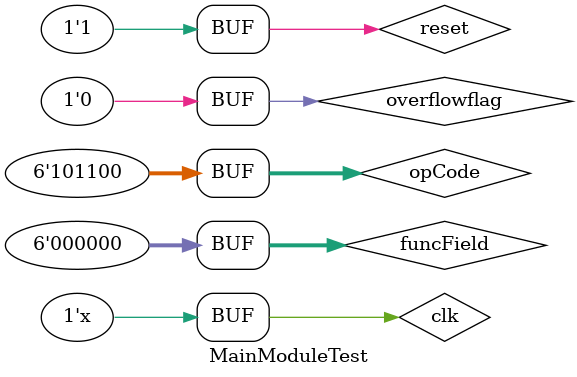
<source format=v>
`timescale 1ns / 1ps

//Main module
module MainModule( input clk, input reset, input [5:0] opCode , input [5:0] funcField ,
	 input overflowflag, 
	output  [30:0] controlWord
	
    );

	wire [4:0] addressNext; 
	wire [2:0] addressCtrl; 
	wire [4:0] seq; 
	wire [4:0] dt1;
	wire [4:0] dt2;
	wire [4:0] dt3;
	wire [4:0] wbAddr;
	//wire [28:0] controlWord;
	
	DT1 dispTbl1(opCode , funcField, dt1);
	DT2 dispTbl2(opCode , funcField, dt2);
   DT3 dispTbl3(opCode , dt3);
	WriteBack wb(opCode , funcField, wbAddr);
	adder add0(addressNext,seq);
	
	NxtAddrMux mux1(clk, reset, addressCtrl , wbAddr, dt3,  dt2, dt1,
						 seq, 5'd0 , addressNext  );
   
	controlUnit c1( addressNext,
						clk,
					overflowflag ,
						addressCtrl,
						controlWord
					
					);
      
	 
endmodule

//Dispatch table 1
module DT1(input [5:0] opCode , input [5:0] funcField, output reg[4:0] addressNext
    );
	 
	always@(*)
	begin 
		case(opCode)
		6'd0: begin
				if(funcField == 6'd16) //mfhi
					addressNext=5'd2;
					
				else if(funcField == 6'd18) //mflo
					addressNext=5'd3;
					
				else if(funcField == 6'd17) //mthi
					addressNext=5'd4;
					
				else if(funcField == 6'd19) //mtlo
 					addressNext=5'd5;
					
				else if(funcField == 6'd8)//jr
					addressNext=5'd10;
					
				else if(funcField == 6'd9) //jalr
					addressNext=5'd11;
				
				else if(funcField == 6'd32) //add
					addressNext=5'd12;
					
				else if(funcField == 6'd0) //sll
					addressNext=5'd13;
				 
				else if(funcField == 6'd4) //sllv
					addressNext=5'd14;
					
				else if(funcField == 6'd26) //div
					addressNext=5'd15;
				
				else if(funcField == 6'd24) //mult
					addressNext=5'd16;
					
				end
		6'd2: addressNext=5'd8; //j 
		6'd3: addressNext=5'd9; //jal
		6'd4: addressNext=5'd7; //beq
		6'd15:addressNext=5'd6; //lui
		6'd28:addressNext=5'd16; // madd msub
		6'd13:addressNext=5'd18; //ori
		6'd8:addressNext =5'd17; //addi
		6'd35:addressNext=5'd17; //lw
		6'd43:addressNext=5'd17; //sw
		default: begin
		addressNext=5'd27; //invalid
		
		end
	endcase

	end

endmodule

//Dispatch table 2
module DT2(input [5:0] opCode , input [5:0] funField, output reg[4:0] addressNext
    );

always@(*)

begin
	case(opCode) //WB stages of resp instructions
	6'd0: begin
				if(funField == 6'd24) //mult
					addressNext=5'd20;
				
			end
	6'd28: begin
				 if(funField == 6'd0) //madd
					addressNext=5'd21;
				
				 else if(funField == 6'd4)//msub
					addressNext=5'd22;
				 end
				 
	endcase


end 
endmodule

//Dispatch table 3
module DT3(input [5:0] opCode,output reg[4:0] addressNext
    );
	 
always@(*)
	begin
	case(opCode) //MEM / WB stages of resp instructions 
		6'd35: addressNext=5'd23; //lw
		6'd43: addressNext=5'd24; //sw
		6'd8:  addressNext=5'd25; //addi (WB)
		
	endcase
	
	end

endmodule

//Writeback
module WriteBack(input [5:0] opCode , input [5:0] funcField, output reg[4:0] addressNext
    );
	 
	always@(*)
	begin  //WB stages of resp instructions
		case(opCode)
		6'd0: begin
				if(funcField == 6'd32) //add
					addressNext=5'd19;
					
				else if(funcField == 6'd0) //sll
					addressNext=5'd19;
				 
				else if(funcField == 6'd4) //sllv
					addressNext=5'd19;
					
				else if(funcField == 6'd26) //div
					addressNext=5'd20;
				end
		6'd35: addressNext=5'd26; //lw
		6'd13: addressNext=5'd25; //ori
		
		endcase
	end
endmodule

//adder for sequence
module adder(input [4:0] address, output reg [4:0] sequenceAddr
    );
always@(address)
begin
sequenceAddr=address+1;
end

endmodule

//mux
module NxtAddrMux(input clk, input reset,input [2:0] addressCtrl , input [4:0] wbAddr, input [4:0] dt3, input [4:0] dt2, input [4:0] dt1,
						input [4:0] seq, input [4:0] fetch , output reg [4:0] nextAddress
    );
	
	always@(posedge clk)
	begin
	if(reset)
		nextAddress= fetch;
	else 
	
	
	case(addressCtrl)
	3'd0:nextAddress= fetch;
	3'd1:nextAddress= seq;
	3'd2:nextAddress= dt1;
	3'd3:nextAddress= dt2;
	3'd4:nextAddress= dt3;
	3'd5:nextAddress= wbAddr;
	endcase

	
	end
	
endmodule

//Control Unit
module controlUnit(input [4:0] addressNext,
						 input clk,
						 input overflowflag ,
						 output reg[2:0] addressControl,
						  output reg [30:0] controlWord
						   
    );
		
		reg [33:0] controlSignalsArray [27:0];  
		reg [33:0] controlComp;
		always@(negedge clk)
		  begin
												
			
	// exceptionBits2b pcWr pcWrCond pcSrc2b IorD MemRd MemWr IRWr srcA2b srcB3b aluCtrl3b hiSel2b loSel2b hiWR loWr malu memtoREg regdst regWr addrCtrl3b 
		controlSignalsArray[0] =34'b00_1_0_00_0_1_0_1_00_000_000_00_00_0_0_0_000_00_0_001; // IF
		controlSignalsArray[1] =34'b00_0_0_00_0_0_0_0_00_010_000_00_00_0_0_0_000_00_0_010; // ID
		controlSignalsArray[2] =34'b00_0_0_00_0_0_0_0_00_000_000_00_00_0_0_0_100_00_1_000; // EX mfhi
		controlSignalsArray[3] =34'b00_0_0_00_0_0_0_0_00_000_000_00_00_0_0_0_101_00_1_000; // EX mflo
		controlSignalsArray[4] =34'b00_0_0_00_0_0_0_0_00_000_000_01_00_1_0_0_000_00_0_000; // EX mthi
		controlSignalsArray[5] =34'b00_0_0_00_0_0_0_0_00_000_000_00_01_0_1_0_000_00_0_000; // EX mtlo
		controlSignalsArray[6] =34'b00_0_0_00_0_0_0_0_00_000_000_00_00_0_0_0_011_00_1_000; // EX lui
		controlSignalsArray[7] =34'b00_0_1_01_0_0_0_0_01_001_001_00_00_0_0_0_000_00_0_000; // EX beq
		controlSignalsArray[8] =34'b00_1_0_10_0_0_0_0_00_000_000_00_00_0_0_0_000_00_0_000; // EX j
		controlSignalsArray[9] =34'b00_1_0_10_0_0_0_0_00_000_000_00_00_0_0_0_010_10_1_000; // EX jal
		controlSignalsArray[10] =34'b00_1_0_11_0_0_0_0_00_000_000_00_00_0_0_0_000_00_0_000; // EX jr
		controlSignalsArray[11] =34'b00_1_0_11_0_0_0_0_00_000_000_00_00_0_0_0_010_00_1_000; // EX jalr
		controlSignalsArray[12] =34'b00_0_0_00_0_0_0_0_01_001_000_00_00_0_0_0_000_00_0_101; // EX add
		controlSignalsArray[13] =34'b00_0_0_00_0_0_0_0_10_001_100_00_00_0_0_0_000_00_0_101; // EX sll
		controlSignalsArray[14] =34'b00_0_0_00_0_0_0_0_01_001_100_00_00_0_0_0_000_00_0_101; // EX sllv
		controlSignalsArray[15] =34'b00_0_0_00_0_0_0_0_01_001_100_00_00_0_0_0_000_00_0_101; // EX div
		controlSignalsArray[16] =34'b00_0_0_00_0_0_0_0_01_001_011_00_00_0_0_0_000_00_0_011; // EX mult, madd , msub
		
		controlSignalsArray[17] =34'b00_0_0_00_0_0_0_0_01_011_000_00_00_0_0_0_000_00_0_100; // EX addi, lw, sw
		controlSignalsArray[18] =34'b00_0_0_00_0_0_0_0_01_010_101_00_00_0_0_0_000_00_0_101; // EX ori
		controlSignalsArray[19] =34'b00_0_0_00_0_0_0_0_00_000_000_00_00_0_0_0_000_00_1_000; // WB add, sll , sllv
		controlSignalsArray[20] =34'b00_0_0_00_0_0_0_0_00_000_000_00_00_1_1_0_000_00_0_000; // WB div , mult
		
      controlSignalsArray[21] =34'b00_0_0_00_1_1_0_0_00_000_000_00_00_0_0_0_000_00_0_000; // WB madd
      controlSignalsArray[22] =34'b00_0_0_00_1_1_0_0_00_000_000_00_00_0_0_0_000_00_0_000; // WB msub
      controlSignalsArray[23] =34'b00_0_0_00_1_0_1_0_00_000_000_00_00_0_0_0_000_00_0_101; // MEM lw
      controlSignalsArray[24] =34'b00_0_0_00_0_0_0_0_00_000_000_00_00_0_0_0_000_01_1_000; // MEM sw
      controlSignalsArray[25] =34'b00_0_0_00_0_0_0_0_00_000_000_00_00_0_0_0_001_01_1_000; // WB addi ori

		controlSignalsArray[26] =34'b00_0_0_00_0_0_0_0_00_000_000_00_00_0_0_0_001_01_1_000; // WB lw --> CHECK
		
		controlSignalsArray[27] =34'b11_1_1_11_1_1_1_1_11_111_111_11_11_1_1_1_111_11_1_111; // Invalid Instruction exception
		
		
		if(overflowflag)
		begin
		controlSignalsArray[19] =34'b10_0_0_00_0_0_0_0_00_000_000_00_00_0_0_0_000_00_1_000; //WB add with overflow bits set
		controlSignalsArray[25] =34'b10_0_0_00_0_0_0_0_00_000_000_00_00_0_0_0_001_01_1_000; // WB addi with overflow bits set

		end
		
		controlComp=controlSignalsArray[addressNext];
		controlWord=controlComp[33:3];
		addressControl=controlComp[2:0];
		
	
		
		end
endmodule

//TEST BENCH for Main module
module MainModuleTest;

	// Inputs
	reg clk;
	reg reset;
	reg [5:0] opCode;
	reg [5:0] funcField;
	reg overflowflag;
	// Outputs
	wire [30:0] controlWord;
		// Instantiate the Unit Under Test (UUT)
	MainModule uut (
		.clk(clk), 
		.reset(reset), 
		.opCode(opCode), 
		.funcField(funcField),
		.overflowflag(overflowflag),
		.controlWord(controlWord)
		
	);
always 
	#10 clk=~clk;
	initial begin

	
		// Initialize Inputs
		clk = 0;
		reset = 0;
		opCode = 0;
		funcField = 0;
		overflowflag=0;
		
		#10 reset=1;
		//3 stages
      #10 opCode=6'd0; funcField=6'd16;reset=0; //mfhi
		#60 opCode=6'd0; funcField=6'd18;//mflo
		#60 opCode=6'd0; funcField=6'd17;//mthi
		#60 opCode=6'd0; funcField=6'd19;//mtlo
		#60 opCode=6'd15; funcField=6'd19;//lui
		#60 opCode=6'd4; funcField=6'd19;//beq
		#60 opCode=6'd2; funcField=6'd19;//j
		#60 opCode=6'd3; funcField=6'd19;//jal
		#60 opCode=6'd0; funcField=6'd8;//jr
		#60 opCode=6'd0; funcField=6'd9;//jalr
		//4 stages
		#60 opCode=6'd0; funcField=6'd32; overflowflag=1;//add
		#80 opCode=6'd0; funcField=6'd0; overflowflag=0; //sll
		#80 opCode=6'd0; funcField=6'd4; //sllv
		#80 opCode=6'd0; funcField=6'd26; //div
		#80 opCode=6'd0; funcField=6'd24; //mult
		#80 opCode=6'd28; funcField=6'd0; //madd
		#80 opCode=6'd28; funcField=6'd4; //msub
		#80 opCode=6'd8; funcField=6'd0; overflowflag=1; //addi
		#80 opCode=6'd43; funcField=6'd0; overflowflag=0; //sw
		#80 opCode=6'd13; funcField=6'd0; //ori
		//5 stages
		#80 opCode=6'd35; funcField=6'd0; //lw
		#100 opCode=6'd44; funcField=6'd0; //invalid instruction opcode
		#60 reset=1;
   end   
endmodule



</source>
